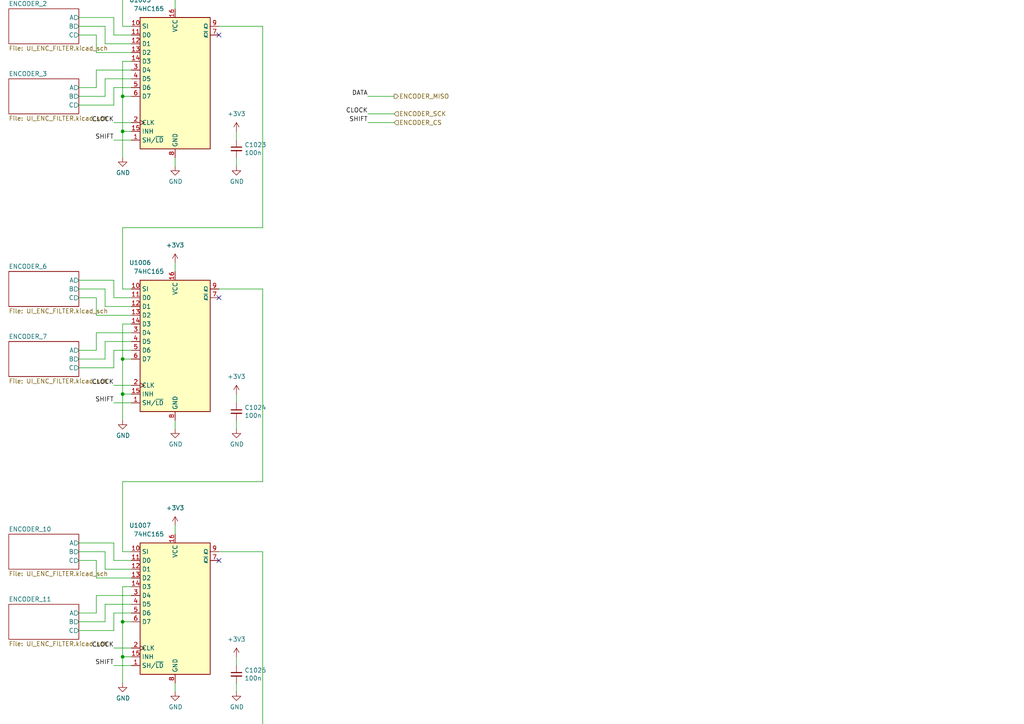
<source format=kicad_sch>
(kicad_sch (version 20230121) (generator eeschema)
  (paper "A4")
  (lib_symbols
    (symbol "power:+3V3" (power) (pin_names (offset 0))
      (property "Value" "+3V3" (at 0 3.556 0))
      (symbol "+3V3_0_1"
        (polyline (pts (xy -0.762 1.27) (xy 0 2.54)))
        (polyline (pts (xy 0 0) (xy 0 2.54)))
        (polyline (pts (xy 0 2.54) (xy 0.762 1.27)))
      )
      (symbol "+3V3_1_1"
        (pin power_in line (at 0 0 90) (length 0) hide (name "+3V3") (number "1"))
      )
    )
    (symbol "power:GND" (power) (pin_names (offset 0))
      (property "Value" "GND" (at 0 -3.81 0))
      (symbol "GND_0_1"
        (polyline (pts (xy 0 0) (xy 0 -1.27) (xy 1.27 -1.27) (xy 0 -2.54) (xy -1.27 -1.27) (xy 0 -1.27)))
      )
      (symbol "GND_1_1"
        (pin power_in line (at 0 0 270) (length 0) hide (name "GND") (number "1"))
      )
    )
    (symbol "suku_basics:74HC165"
      (property "Reference" "U" (at -15.24 25.4 0))
      (property "Value" "74HC165" (at -12.7 20.32 0))
      (symbol "74HC165_1_0"
        (pin input line (at -12.7 12.7 0) (length 2.54) (name "D0") (number "11"))
        (pin input line (at -12.7 10.16 0) (length 2.54) (name "D1") (number "12"))
        (pin input line (at -12.7 7.62 0) (length 2.54) (name "D2") (number "13"))
        (pin input line (at -12.7 5.08 0) (length 2.54) (name "D3") (number "14"))
        (pin power_in line (at 0 20.32 270) (length 2.54) (name "VCC") (number "16"))
        (pin input clock (at -12.7 -12.7 0) (length 2.54) (name "CLK") (number "2"))
        (pin input line (at -12.7 2.54 0) (length 2.54) (name "D4") (number "3"))
        (pin input line (at -12.7 0 0) (length 2.54) (name "D5") (number "4"))
        (pin input line (at -12.7 -2.54 0) (length 2.54) (name "D6") (number "5"))
        (pin input line (at -12.7 -5.08 0) (length 2.54) (name "D7") (number "6"))
        (pin power_in line (at 0 -22.86 90) (length 2.54) (name "GND") (number "8"))
        (pin output line (at 12.7 15.24 180) (length 2.54) (name "Q") (number "9"))
      )
      (symbol "74HC165_1_1"
        (rectangle (start -10.16 17.78) (end 10.16 -20.32) (stroke (width 0.254)) (fill (type background)))
        (pin input line (at -12.7 -17.78 0) (length 2.54) (name "SH/~{LD}") (number "1"))
        (pin input line (at -12.7 15.24 0) (length 2.54) (name "SI") (number "10"))
        (pin input line (at -12.7 -15.24 0) (length 2.54) (name "INH") (number "15"))
        (pin output line (at 12.7 12.7 180) (length 2.54) (name "~{Q}") (number "7"))
      )
    )
    (symbol "suku_basics:CAP" (pin_numbers hide) (pin_names (offset 0.254) hide)
      (property "Reference" "C" (at 0.254 1.778 0))
      (property "Value" "CAP" (at 0.254 -2.032 0))
      (symbol "CAP_0_1"
        (polyline (pts (xy -1.524 -0.508) (xy 1.524 -0.508)) (stroke (width 0.3302)))
        (polyline (pts (xy -1.524 0.508) (xy 1.524 0.508)) (stroke (width 0.3048)))
      )
      (symbol "CAP_1_1"
        (pin passive line (at 0 2.54 270) (length 2.032) (name "~") (number "1"))
        (pin passive line (at 0 -2.54 90) (length 2.032) (name "~") (number "2"))
      )
    )
  )
  (junction (at -66.04 104.14))
  (junction (at -66.04 114.3))
  (junction (at 35.56 190.5))
  (junction (at 35.56 27.94))
  (junction (at -66.04 180.34))
  (junction (at -66.04 190.5))
  (junction (at 35.56 180.34))
  (junction (at -66.04 17.78))
  (junction (at 35.56 266.7))
  (junction (at -66.04 266.7))
  (junction (at 35.56 38.1))
  (junction (at -66.04 38.1))
  (junction (at 35.56 104.14))
  (junction (at 35.56 256.54))
  (junction (at 35.56 114.3))
  (junction (at -66.04 256.54))
  (junction (at -66.04 27.94))
  (no_connect (at 63.5 162.56))
  (no_connect (at 63.5 238.76))
  (no_connect (at 63.5 10.16))
  (no_connect (at -38.1 86.36))
  (no_connect (at 63.5 86.36))
  (no_connect (at -38.1 10.16))
  (no_connect (at -38.1 162.56))
  (no_connect (at -38.1 238.76))
  (wire (pts (xy -73.66 167.64) (xy -63.5 167.64)))
  (wire (pts (xy 22.86 25.4) (xy 27.94 25.4)))
  (wire (pts (xy -33.02 48.26) (xy -33.02 45.72)))
  (wire (pts (xy -50.8 200.66) (xy -50.8 198.12)))
  (wire (pts (xy 27.94 25.4) (xy 27.94 20.32)))
  (wire (pts (xy 22.86 177.8) (xy 27.94 177.8)))
  (wire (pts (xy -68.58 259.08) (xy -68.58 254)))
  (wire (pts (xy -71.12 7.62) (xy -78.74 7.62)))
  (wire (pts (xy 35.56 7.62) (xy 35.56 -7.62)))
  (wire (pts (xy 22.86 101.6) (xy 27.94 101.6)))
  (wire (pts (xy 35.56 114.3) (xy 38.1 114.3)))
  (wire (pts (xy -63.5 27.94) (xy -66.04 27.94)))
  (wire (pts (xy 68.58 276.86) (xy 68.58 274.32)))
  (wire (pts (xy 35.56 266.7) (xy 35.56 274.32)))
  (wire (pts (xy 38.1 27.94) (xy 35.56 27.94)))
  (wire (pts (xy 38.1 256.54) (xy 35.56 256.54)))
  (wire (pts (xy 38.1 180.34) (xy 35.56 180.34)))
  (wire (pts (xy 38.1 246.38) (xy 35.56 246.38)))
  (wire (pts (xy -33.02 200.66) (xy -33.02 198.12)))
  (wire (pts (xy -71.12 256.54) (xy -71.12 251.46)))
  (wire (pts (xy -66.04 43.18) (xy -66.04 38.1)))
  (wire (pts (xy 106.68 35.56) (xy 114.3 35.56)))
  (wire (pts (xy -78.74 86.36) (xy -73.66 86.36)))
  (wire (pts (xy -73.66 101.6) (xy -73.66 96.52)))
  (wire (pts (xy 35.56 266.7) (xy 38.1 266.7)))
  (wire (pts (xy -73.66 238.76) (xy -73.66 243.84)))
  (wire (pts (xy 35.56 27.94) (xy 35.56 38.1)))
  (wire (pts (xy 50.8 276.86) (xy 50.8 274.32)))
  (wire (pts (xy -66.04 256.54) (xy -66.04 266.7)))
  (wire (pts (xy 35.56 139.7) (xy 35.56 160.02)))
  (wire (pts (xy 30.48 256.54) (xy 30.48 251.46)))
  (wire (pts (xy 30.48 83.82) (xy 22.86 83.82)))
  (wire (pts (xy -71.12 12.7) (xy -71.12 7.62)))
  (wire (pts (xy 33.02 187.96) (xy 38.1 187.96)))
  (wire (pts (xy 33.02 111.76) (xy 38.1 111.76)))
  (wire (pts (xy -68.58 106.68) (xy -68.58 101.6)))
  (wire (pts (xy 27.94 91.44) (xy 38.1 91.44)))
  (wire (pts (xy 35.56 104.14) (xy 35.56 114.3)))
  (wire (pts (xy -71.12 83.82) (xy -78.74 83.82)))
  (wire (pts (xy -50.8 76.2) (xy -50.8 78.74)))
  (wire (pts (xy -25.4 7.62) (xy -25.4 66.04)))
  (wire (pts (xy -73.66 25.4) (xy -73.66 20.32)))
  (wire (pts (xy -78.74 106.68) (xy -68.58 106.68)))
  (wire (pts (xy 27.94 20.32) (xy 38.1 20.32)))
  (wire (pts (xy 33.02 81.28) (xy 33.02 86.36)))
  (wire (pts (xy -68.58 269.24) (xy -63.5 269.24)))
  (wire (pts (xy -73.66 96.52) (xy -63.5 96.52)))
  (wire (pts (xy 22.86 254) (xy 27.94 254)))
  (wire (pts (xy -66.04 236.22) (xy -63.5 236.22)))
  (wire (pts (xy -38.1 7.62) (xy -25.4 7.62)))
  (wire (pts (xy -38.1 160.02) (xy -25.4 160.02)))
  (wire (pts (xy 38.1 17.78) (xy 35.56 17.78)))
  (wire (pts (xy 68.58 124.46) (xy 68.58 121.92)))
  (wire (pts (xy 63.5 83.82) (xy 76.2 83.82)))
  (wire (pts (xy 30.48 27.94) (xy 30.48 22.86)))
  (wire (pts (xy -68.58 162.56) (xy -63.5 162.56)))
  (wire (pts (xy -38.1 83.82) (xy -25.4 83.82)))
  (wire (pts (xy -63.5 165.1) (xy -71.12 165.1)))
  (wire (pts (xy 35.56 38.1) (xy 38.1 38.1)))
  (wire (pts (xy 38.1 88.9) (xy 30.48 88.9)))
  (wire (pts (xy 50.8 76.2) (xy 50.8 78.74)))
  (wire (pts (xy 22.86 81.28) (xy 33.02 81.28)))
  (wire (pts (xy -63.5 241.3) (xy -71.12 241.3)))
  (wire (pts (xy -66.04 93.98) (xy -66.04 104.14)))
  (wire (pts (xy -68.58 35.56) (xy -63.5 35.56)))
  (wire (pts (xy 35.56 218.44) (xy 35.56 236.22)))
  (wire (pts (xy 33.02 35.56) (xy 38.1 35.56)))
  (wire (pts (xy -33.02 193.04) (xy -33.02 190.5)))
  (wire (pts (xy 30.48 236.22) (xy 22.86 236.22)))
  (wire (pts (xy 76.2 160.02) (xy 76.2 218.44)))
  (wire (pts (xy 35.56 190.5) (xy 38.1 190.5)))
  (wire (pts (xy -66.04 180.34) (xy -66.04 190.5)))
  (wire (pts (xy -68.58 193.04) (xy -63.5 193.04)))
  (wire (pts (xy -73.66 15.24) (xy -63.5 15.24)))
  (wire (pts (xy 27.94 162.56) (xy 27.94 167.64)))
  (wire (pts (xy 33.02 177.8) (xy 38.1 177.8)))
  (wire (pts (xy -68.58 157.48) (xy -68.58 162.56)))
  (wire (pts (xy 35.56 83.82) (xy 38.1 83.82)))
  (wire (pts (xy -78.74 233.68) (xy -68.58 233.68)))
  (wire (pts (xy -73.66 10.16) (xy -73.66 15.24)))
  (wire (pts (xy 68.58 200.66) (xy 68.58 198.12)))
  (wire (pts (xy -78.74 238.76) (xy -73.66 238.76)))
  (wire (pts (xy 27.94 248.92) (xy 38.1 248.92)))
  (wire (pts (xy 38.1 170.18) (xy 35.56 170.18)))
  (wire (pts (xy 30.48 104.14) (xy 30.48 99.06)))
  (wire (pts (xy -68.58 182.88) (xy -68.58 177.8)))
  (wire (pts (xy -73.66 91.44) (xy -63.5 91.44)))
  (wire (pts (xy 30.48 175.26) (xy 38.1 175.26)))
  (wire (pts (xy 22.86 157.48) (xy 33.02 157.48)))
  (wire (pts (xy -68.58 254) (xy -63.5 254)))
  (wire (pts (xy 35.56 38.1) (xy 35.56 45.72)))
  (wire (pts (xy -33.02 276.86) (xy -33.02 274.32)))
  (wire (pts (xy 50.8 48.26) (xy 50.8 45.72)))
  (wire (pts (xy 38.1 7.62) (xy 35.56 7.62)))
  (wire (pts (xy -12.7 -7.62) (xy -12.7 236.22)))
  (wire (pts (xy 27.94 15.24) (xy 38.1 15.24)))
  (wire (pts (xy -25.4 218.44) (xy -66.04 218.44)))
  (wire (pts (xy 22.86 30.48) (xy 33.02 30.48)))
  (wire (pts (xy 30.48 22.86) (xy 38.1 22.86)))
  (wire (pts (xy -63.5 7.62) (xy -66.04 7.62)))
  (wire (pts (xy 106.68 27.94) (xy 114.3 27.94)))
  (wire (pts (xy 50.8 0) (xy 50.8 2.54)))
  (wire (pts (xy 33.02 182.88) (xy 33.02 177.8)))
  (wire (pts (xy 22.86 182.88) (xy 33.02 182.88)))
  (wire (pts (xy -66.04 38.1) (xy -63.5 38.1)))
  (wire (pts (xy 27.94 172.72) (xy 38.1 172.72)))
  (wire (pts (xy -73.66 248.92) (xy -63.5 248.92)))
  (wire (pts (xy 33.02 106.68) (xy 33.02 101.6)))
  (wire (pts (xy -73.66 177.8) (xy -73.66 172.72)))
  (wire (pts (xy 33.02 162.56) (xy 38.1 162.56)))
  (wire (pts (xy 30.48 160.02) (xy 22.86 160.02)))
  (wire (pts (xy -71.12 160.02) (xy -78.74 160.02)))
  (wire (pts (xy 35.56 114.3) (xy 35.56 121.92)))
  (wire (pts (xy 68.58 193.04) (xy 68.58 190.5)))
  (wire (pts (xy -78.74 10.16) (xy -73.66 10.16)))
  (wire (pts (xy -66.04 246.38) (xy -66.04 256.54)))
  (wire (pts (xy 22.86 104.14) (xy 30.48 104.14)))
  (wire (pts (xy -71.12 22.86) (xy -63.5 22.86)))
  (wire (pts (xy 76.2 83.82) (xy 76.2 139.7)))
  (wire (pts (xy -66.04 142.24) (xy -66.04 160.02)))
  (wire (pts (xy 33.02 116.84) (xy 38.1 116.84)))
  (wire (pts (xy -68.58 10.16) (xy -63.5 10.16)))
  (wire (pts (xy -78.74 81.28) (xy -68.58 81.28)))
  (wire (pts (xy 33.02 10.16) (xy 38.1 10.16)))
  (wire (pts (xy -66.04 218.44) (xy -66.04 236.22)))
  (wire (pts (xy 76.2 139.7) (xy 35.56 139.7)))
  (wire (pts (xy -12.7 236.22) (xy -38.1 236.22)))
  (wire (pts (xy -66.04 190.5) (xy -66.04 198.12)))
  (wire (pts (xy 22.86 256.54) (xy 30.48 256.54)))
  (wire (pts (xy -68.58 5.08) (xy -68.58 10.16)))
  (wire (pts (xy -78.74 104.14) (xy -71.12 104.14)))
  (wire (pts (xy 27.94 177.8) (xy 27.94 172.72)))
  (wire (pts (xy 22.86 106.68) (xy 33.02 106.68)))
  (wire (pts (xy -68.58 264.16) (xy -63.5 264.16)))
  (wire (pts (xy -66.04 7.62) (xy -66.04 17.78)))
  (wire (pts (xy 50.8 200.66) (xy 50.8 198.12)))
  (wire (pts (xy -78.74 5.08) (xy -68.58 5.08)))
  (wire (pts (xy -78.74 25.4) (xy -73.66 25.4)))
  (wire (pts (xy -73.66 172.72) (xy -63.5 172.72)))
  (wire (pts (xy 68.58 269.24) (xy 68.58 266.7)))
  (wire (pts (xy 30.48 7.62) (xy 22.86 7.62)))
  (wire (pts (xy 22.86 10.16) (xy 27.94 10.16)))
  (wire (pts (xy -50.8 124.46) (xy -50.8 121.92)))
  (wire (pts (xy -68.58 30.48) (xy -68.58 25.4)))
  (wire (pts (xy -63.5 104.14) (xy -66.04 104.14)))
  (wire (pts (xy -50.8 228.6) (xy -50.8 231.14)))
  (wire (pts (xy -78.74 259.08) (xy -68.58 259.08)))
  (wire (pts (xy -78.74 180.34) (xy -71.12 180.34)))
  (wire (pts (xy 33.02 5.08) (xy 33.02 10.16)))
  (wire (pts (xy 22.86 27.94) (xy 30.48 27.94)))
  (wire (pts (xy -66.04 83.82) (xy -63.5 83.82)))
  (wire (pts (xy 27.94 101.6) (xy 27.94 96.52)))
  (wire (pts (xy -63.5 180.34) (xy -66.04 180.34)))
  (wire (pts (xy -68.58 111.76) (xy -63.5 111.76)))
  (wire (pts (xy -71.12 236.22) (xy -78.74 236.22)))
  (wire (pts (xy 30.48 88.9) (xy 30.48 83.82)))
  (wire (pts (xy -78.74 182.88) (xy -68.58 182.88)))
  (wire (pts (xy 38.1 104.14) (xy 35.56 104.14)))
  (wire (pts (xy -66.04 114.3) (xy -63.5 114.3)))
  (wire (pts (xy -71.12 180.34) (xy -71.12 175.26)))
  (wire (pts (xy -71.12 165.1) (xy -71.12 160.02)))
  (wire (pts (xy -78.74 254) (xy -73.66 254)))
  (wire (pts (xy 22.86 5.08) (xy 33.02 5.08)))
  (wire (pts (xy -73.66 162.56) (xy -73.66 167.64)))
  (wire (pts (xy 33.02 193.04) (xy 38.1 193.04)))
  (wire (pts (xy -66.04 266.7) (xy -63.5 266.7)))
  (wire (pts (xy 22.86 259.08) (xy 33.02 259.08)))
  (wire (pts (xy -50.8 152.4) (xy -50.8 154.94)))
  (wire (pts (xy 50.8 228.6) (xy 50.8 231.14)))
  (wire (pts (xy -68.58 101.6) (xy -63.5 101.6)))
  (wire (pts (xy 35.56 66.04) (xy 35.56 83.82)))
  (wire (pts (xy -63.5 170.18) (xy -66.04 170.18)))
  (wire (pts (xy 30.48 99.06) (xy 38.1 99.06)))
  (wire (pts (xy -78.74 30.48) (xy -68.58 30.48)))
  (wire (pts (xy -50.8 0) (xy -50.8 2.54)))
  (wire (pts (xy 33.02 30.48) (xy 33.02 25.4)))
  (wire (pts (xy 38.1 12.7) (xy 30.48 12.7)))
  (wire (pts (xy -68.58 238.76) (xy -63.5 238.76)))
  (wire (pts (xy -50.8 276.86) (xy -50.8 274.32)))
  (wire (pts (xy -68.58 81.28) (xy -68.58 86.36)))
  (wire (pts (xy 27.94 86.36) (xy 27.94 91.44)))
  (wire (pts (xy 68.58 116.84) (xy 68.58 114.3)))
  (wire (pts (xy -66.04 66.04) (xy -66.04 83.82)))
  (wire (pts (xy -68.58 187.96) (xy -63.5 187.96)))
  (wire (pts (xy 63.5 236.22) (xy 68.58 236.22)))
  (wire (pts (xy -50.8 48.26) (xy -50.8 45.72)))
  (wire (pts (xy 38.1 165.1) (xy 30.48 165.1)))
  (wire (pts (xy -25.4 83.82) (xy -25.4 142.24)))
  (wire (pts (xy 33.02 157.48) (xy 33.02 162.56)))
  (wire (pts (xy 33.02 101.6) (xy 38.1 101.6)))
  (wire (pts (xy -66.04 114.3) (xy -66.04 121.92)))
  (wire (pts (xy -73.66 254) (xy -73.66 248.92)))
  (wire (pts (xy -66.04 190.5) (xy -63.5 190.5)))
  (wire (pts (xy -78.74 256.54) (xy -71.12 256.54)))
  (wire (pts (xy -66.04 266.7) (xy -66.04 274.32)))
  (wire (pts (xy -68.58 86.36) (xy -63.5 86.36)))
  (wire (pts (xy 33.02 25.4) (xy 38.1 25.4)))
  (wire (pts (xy -63.5 93.98) (xy -66.04 93.98)))
  (wire (pts (xy 30.48 180.34) (xy 30.48 175.26)))
  (wire (pts (xy 27.94 167.64) (xy 38.1 167.64)))
  (wire (pts (xy 22.86 162.56) (xy 27.94 162.56)))
  (wire (pts (xy -33.02 269.24) (xy -33.02 266.7)))
  (wire (pts (xy 35.56 190.5) (xy 35.56 198.12)))
  (wire (pts (xy 33.02 259.08) (xy 33.02 254)))
  (wire (pts (xy 35.56 160.02) (xy 38.1 160.02)))
  (wire (pts (xy 30.48 165.1) (xy 30.48 160.02)))
  (wire (pts (xy -78.74 101.6) (xy -73.66 101.6)))
  (wire (pts (xy -71.12 99.06) (xy -63.5 99.06)))
  (wire (pts (xy 63.5 160.02) (xy 76.2 160.02)))
  (wire (pts (xy -71.12 175.26) (xy -63.5 175.26)))
  (wire (pts (xy -25.4 160.02) (xy -25.4 218.44)))
  (wire (pts (xy -63.5 17.78) (xy -66.04 17.78)))
  (wire (pts (xy 35.56 -7.62) (xy -12.7 -7.62)))
  (wire (pts (xy -73.66 86.36) (xy -73.66 91.44)))
  (wire (pts (xy 33.02 264.16) (xy 38.1 264.16)))
  (wire (pts (xy -73.66 20.32) (xy -63.5 20.32)))
  (wire (pts (xy 35.56 256.54) (xy 35.56 266.7)))
  (wire (pts (xy -25.4 66.04) (xy -66.04 66.04)))
  (wire (pts (xy 63.5 7.62) (xy 76.2 7.62)))
  (wire (pts (xy 27.94 10.16) (xy 27.94 15.24)))
  (wire (pts (xy -68.58 116.84) (xy -63.5 116.84)))
  (wire (pts (xy -33.02 124.46) (xy -33.02 121.92)))
  (wire (pts (xy -68.58 233.68) (xy -68.58 238.76)))
  (wire (pts (xy -66.04 17.78) (xy -66.04 27.94)))
  (wire (pts (xy -71.12 27.94) (xy -71.12 22.86)))
  (wire (pts (xy 27.94 254) (xy 27.94 248.92)))
  (wire (pts (xy 30.48 251.46) (xy 38.1 251.46)))
  (wire (pts (xy 38.1 241.3) (xy 30.48 241.3)))
  (wire (pts (xy -71.12 88.9) (xy -71.12 83.82)))
  (wire (pts (xy 50.8 124.46) (xy 50.8 121.92)))
  (wire (pts (xy -66.04 104.14) (xy -66.04 114.3)))
  (wire (pts (xy -66.04 160.02) (xy -63.5 160.02)))
  (wire (pts (xy 68.58 40.64) (xy 68.58 38.1)))
  (wire (pts (xy 50.8 152.4) (xy 50.8 154.94)))
  (wire (pts (xy 76.2 218.44) (xy 35.56 218.44)))
  (wire (pts (xy -78.74 162.56) (xy -73.66 162.56)))
  (wire (pts (xy -63.5 88.9) (xy -71.12 88.9)))
  (wire (pts (xy -68.58 40.64) (xy -63.5 40.64)))
  (wire (pts (xy -63.5 246.38) (xy -66.04 246.38)))
  (wire (pts (xy -71.12 241.3) (xy -71.12 236.22)))
  (wire (pts (xy 22.86 233.68) (xy 33.02 233.68)))
  (wire (pts (xy 35.56 246.38) (xy 35.56 256.54)))
  (wire (pts (xy -78.74 177.8) (xy -73.66 177.8)))
  (wire (pts (xy -25.4 142.24) (xy -66.04 142.24)))
  (wire (pts (xy 35.56 93.98) (xy 35.56 104.14)))
  (wire (pts (xy 33.02 233.68) (xy 33.02 238.76)))
  (wire (pts (xy 30.48 241.3) (xy 30.48 236.22)))
  (wire (pts (xy 35.56 180.34) (xy 35.56 190.5)))
  (wire (pts (xy 27.94 243.84) (xy 38.1 243.84)))
  (wire (pts (xy -33.02 40.64) (xy -33.02 38.1)))
  (wire (pts (xy 35.56 17.78) (xy 35.56 27.94)))
  (wire (pts (xy 27.94 96.52) (xy 38.1 96.52)))
  (wire (pts (xy -73.66 243.84) (xy -63.5 243.84)))
  (wire (pts (xy 27.94 238.76) (xy 27.94 243.84)))
  (wire (pts (xy 33.02 238.76) (xy 38.1 238.76)))
  (wire (pts (xy 76.2 66.04) (xy 35.56 66.04)))
  (wire (pts (xy 68.58 48.26) (xy 68.58 45.72)))
  (wire (pts (xy 33.02 269.24) (xy 38.1 269.24)))
  (wire (pts (xy -78.74 157.48) (xy -68.58 157.48)))
  (wire (pts (xy 22.86 180.34) (xy 30.48 180.34)))
  (wire (pts (xy -71.12 104.14) (xy -71.12 99.06)))
  (wire (pts (xy 33.02 254) (xy 38.1 254)))
  (wire (pts (xy -33.02 116.84) (xy -33.02 114.3)))
  (wire (pts (xy 22.86 86.36) (xy 27.94 86.36)))
  (wire (pts (xy -68.58 25.4) (xy -63.5 25.4)))
  (wire (pts (xy -66.04 27.94) (xy -66.04 38.1)))
  (wire (pts (xy -71.12 251.46) (xy -63.5 251.46)))
  (wire (pts (xy -68.58 177.8) (xy -63.5 177.8)))
  (wire (pts (xy -63.5 256.54) (xy -66.04 256.54)))
  (wire (pts (xy 22.86 238.76) (xy 27.94 238.76)))
  (wire (pts (xy -78.74 27.94) (xy -71.12 27.94)))
  (wire (pts (xy 76.2 7.62) (xy 76.2 66.04)))
  (wire (pts (xy -66.04 170.18) (xy -66.04 180.34)))
  (wire (pts (xy 30.48 12.7) (xy 30.48 7.62)))
  (wire (pts (xy 38.1 93.98) (xy 35.56 93.98)))
  (wire (pts (xy 33.02 86.36) (xy 38.1 86.36)))
  (wire (pts (xy 106.68 33.02) (xy 114.3 33.02)))
  (wire (pts (xy 35.56 236.22) (xy 38.1 236.22)))
  (wire (pts (xy 33.02 40.64) (xy 38.1 40.64)))
  (wire (pts (xy 35.56 170.18) (xy 35.56 180.34)))
  (wire (pts (xy -63.5 12.7) (xy -71.12 12.7)))
  (label "CLOCK" (at -68.58 111.76 180))
  (label "SHIFT" (at 106.68 35.56 180))
  (label "SHIFT" (at 33.02 40.64 180))
  (label "DATA" (at 68.58 236.22 0))
  (label "SHIFT" (at 33.02 269.24 180))
  (label "SHIFT" (at -68.58 193.04 180))
  (label "DATA" (at 106.68 27.94 180))
  (label "SHIFT" (at -68.58 40.64 180))
  (label "SHIFT" (at 33.02 116.84 180))
  (label "CLOCK" (at 33.02 264.16 180))
  (label "CLOCK" (at 33.02 187.96 180))
  (label "CLOCK" (at 33.02 111.76 180))
  (label "CLOCK" (at 33.02 35.56 180))
  (label "SHIFT" (at 33.02 193.04 180))
  (label "SHIFT" (at -68.58 269.24 180))
  (label "CLOCK" (at -68.58 264.16 180))
  (label "CLOCK" (at 106.68 33.02 180))
  (label "CLOCK" (at -68.58 187.96 180))
  (label "CLOCK" (at -68.58 35.56 180))
  (label "SHIFT" (at -68.58 116.84 180))
  (hierarchical_label "ENCODER_CS" (shape input) (at 114.3 35.56 0))
  (hierarchical_label "ENCODER_MISO" (shape output) (at 114.3 27.94 0))
  (hierarchical_label "ENCODER_SCK" (shape input) (at 114.3 33.02 0))
  (symbol (lib_id "suku_basics:74HC165") (at -50.8 99.06 0) (unit 1)
    (property "Reference" "U1002" (at -60.96 76.2 0))
    (property "Value" "74HC165" (at -58.42 78.74 0))
    (property "Footprint" "suku_basics:SOIC-16_74HC165" (effects hide))
    (property "Datasheet" "http://www.ti.com/lit/ds/symlink/sn74hc595.pdf" (effects hide))
  )
  (symbol (lib_id "power:GND") (at -50.8 124.46 0) (unit 1)
    (property "Reference" "#PWR01056" (effects hide))
    (property "Value" "GND" (at -50.673 128.8542 0))
  )
  (symbol (lib_id "suku_basics:74HC165") (at -50.8 22.86 0) (unit 1)
    (property "Reference" "U1001" (at -60.96 0 0))
    (property "Value" "74HC165" (at -58.42 2.54 0))
    (property "Footprint" "suku_basics:SOIC-16_74HC165" (effects hide))
    (property "Datasheet" "http://www.ti.com/lit/ds/symlink/sn74hc595.pdf" (effects hide))
  )
  (symbol (lib_id "suku_basics:74HC165") (at 50.8 99.06 0) (unit 1)
    (property "Reference" "U1006" (at 40.64 76.2 0))
    (property "Value" "74HC165" (at 43.18 78.74 0))
    (property "Footprint" "suku_basics:SOIC-16_74HC165" (effects hide))
    (property "Datasheet" "http://www.ti.com/lit/ds/symlink/sn74hc595.pdf" (effects hide))
  )
  (symbol (lib_id "power:GND") (at 50.8 124.46 0) (unit 1)
    (property "Reference" "#PWR01076" (effects hide))
    (property "Value" "GND" (at 50.927 128.8542 0))
  )
  (symbol (lib_id "suku_basics:74HC165") (at -50.8 175.26 0) (unit 1)
    (property "Reference" "U1003" (at -60.96 152.4 0))
    (property "Value" "74HC165" (at -58.42 154.94 0))
    (property "Footprint" "suku_basics:SOIC-16_74HC165" (effects hide))
    (property "Datasheet" "http://www.ti.com/lit/ds/symlink/sn74hc595.pdf" (effects hide))
  )
  (symbol (lib_id "power:GND") (at -50.8 200.66 0) (unit 1)
    (property "Reference" "#PWR0101" (effects hide))
    (property "Value" "GND" (at -50.673 205.0542 0))
  )
  (symbol (lib_id "suku_basics:74HC165") (at 50.8 175.26 0) (unit 1)
    (property "Reference" "U1007" (at 40.64 152.4 0))
    (property "Value" "74HC165" (at 43.18 154.94 0))
    (property "Footprint" "suku_basics:SOIC-16_74HC165" (effects hide))
    (property "Datasheet" "http://www.ti.com/lit/ds/symlink/sn74hc595.pdf" (effects hide))
  )
  (symbol (lib_id "power:GND") (at 50.8 200.66 0) (unit 1)
    (property "Reference" "#PWR01078" (effects hide))
    (property "Value" "GND" (at 50.927 205.0542 0))
  )
  (symbol (lib_id "suku_basics:74HC165") (at -50.8 251.46 0) (unit 1)
    (property "Reference" "U1004" (at -60.96 228.6 0))
    (property "Value" "74HC165" (at -58.42 231.14 0))
    (property "Footprint" "suku_basics:SOIC-16_74HC165" (effects hide))
    (property "Datasheet" "http://www.ti.com/lit/ds/symlink/sn74hc595.pdf" (effects hide))
  )
  (symbol (lib_id "power:GND") (at -50.8 276.86 0) (unit 1)
    (property "Reference" "#PWR01060" (effects hide))
    (property "Value" "GND" (at -50.673 281.2542 0))
  )
  (symbol (lib_id "suku_basics:74HC165") (at 50.8 251.46 0) (unit 1)
    (property "Reference" "U1008" (at 40.64 228.6 0))
    (property "Value" "74HC165" (at 43.18 231.14 0))
    (property "Footprint" "suku_basics:SOIC-16_74HC165" (effects hide))
    (property "Datasheet" "http://www.ti.com/lit/ds/symlink/sn74hc595.pdf" (effects hide))
  )
  (symbol (lib_id "power:GND") (at 50.8 276.86 0) (unit 1)
    (property "Reference" "#PWR01080" (effects hide))
    (property "Value" "GND" (at 50.927 281.2542 0))
  )
  (symbol (lib_id "power:GND") (at -50.8 48.26 0) (unit 1)
    (property "Reference" "#PWR01054" (effects hide))
    (property "Value" "GND" (at -50.673 52.6542 0))
  )
  (symbol (lib_id "suku_basics:74HC165") (at 50.8 22.86 0) (unit 1)
    (property "Reference" "U1005" (at 40.64 0 0))
    (property "Value" "74HC165" (at 43.18 2.54 0))
    (property "Footprint" "suku_basics:SOIC-16_74HC165" (effects hide))
    (property "Datasheet" "http://www.ti.com/lit/ds/symlink/sn74hc595.pdf" (effects hide))
  )
  (symbol (lib_id "power:GND") (at 50.8 48.26 0) (unit 1)
    (property "Reference" "#PWR01074" (effects hide))
    (property "Value" "GND" (at 50.927 52.6542 0))
  )
  (symbol (lib_id "suku_basics:CAP") (at -33.02 43.18 0) (unit 1)
    (property "Reference" "C1019" (at -30.6832 42.0116 0) (effects (justify left)))
    (property "Value" "100n" (at -30.6832 44.323 0) (effects (justify left)))
    (property "Footprint" "suku_basics:CAP_0402" (effects hide))
  )
  (symbol (lib_id "power:GND") (at -33.02 48.26 0) (unit 1)
    (property "Reference" "#PWR01062" (effects hide))
    (property "Value" "GND" (at -32.893 52.6542 0))
  )
  (symbol (lib_id "suku_basics:CAP") (at 68.58 43.18 0) (unit 1)
    (property "Reference" "C1023" (at 70.9168 42.0116 0) (effects (justify left)))
    (property "Value" "100n" (at 70.9168 44.323 0) (effects (justify left)))
    (property "Footprint" "suku_basics:CAP_0402" (effects hide))
  )
  (symbol (lib_id "power:GND") (at 68.58 48.26 0) (unit 1)
    (property "Reference" "#PWR01082" (effects hide))
    (property "Value" "GND" (at 68.707 52.6542 0))
  )
  (symbol (lib_id "suku_basics:CAP") (at -33.02 119.38 0) (unit 1)
    (property "Reference" "C1020" (at -30.6832 118.2116 0) (effects (justify left)))
    (property "Value" "100n" (at -30.6832 120.523 0) (effects (justify left)))
    (property "Footprint" "suku_basics:CAP_0402" (effects hide))
  )
  (symbol (lib_id "power:GND") (at -33.02 124.46 0) (unit 1)
    (property "Reference" "#PWR01064" (effects hide))
    (property "Value" "GND" (at -32.893 128.8542 0))
  )
  (symbol (lib_id "suku_basics:CAP") (at 68.58 119.38 0) (unit 1)
    (property "Reference" "C1024" (at 70.9168 118.2116 0) (effects (justify left)))
    (property "Value" "100n" (at 70.9168 120.523 0) (effects (justify left)))
    (property "Footprint" "suku_basics:CAP_0402" (effects hide))
  )
  (symbol (lib_id "power:GND") (at 68.58 124.46 0) (unit 1)
    (property "Reference" "#PWR01084" (effects hide))
    (property "Value" "GND" (at 68.707 128.8542 0))
  )
  (symbol (lib_id "suku_basics:CAP") (at -33.02 195.58 0) (unit 1)
    (property "Reference" "C1021" (at -30.6832 194.4116 0) (effects (justify left)))
    (property "Value" "100n" (at -30.6832 196.723 0) (effects (justify left)))
    (property "Footprint" "suku_basics:CAP_0402" (effects hide))
  )
  (symbol (lib_id "power:GND") (at -33.02 200.66 0) (unit 1)
    (property "Reference" "#PWR01066" (effects hide))
    (property "Value" "GND" (at -32.893 205.0542 0))
  )
  (symbol (lib_id "suku_basics:CAP") (at 68.58 195.58 0) (unit 1)
    (property "Reference" "C1025" (at 70.9168 194.4116 0) (effects (justify left)))
    (property "Value" "100n" (at 70.9168 196.723 0) (effects (justify left)))
    (property "Footprint" "suku_basics:CAP_0402" (effects hide))
  )
  (symbol (lib_id "power:GND") (at 68.58 200.66 0) (unit 1)
    (property "Reference" "#PWR01086" (effects hide))
    (property "Value" "GND" (at 68.707 205.0542 0))
  )
  (symbol (lib_id "suku_basics:CAP") (at -33.02 271.78 0) (unit 1)
    (property "Reference" "C1022" (at -30.6832 270.6116 0) (effects (justify left)))
    (property "Value" "100n" (at -30.6832 272.923 0) (effects (justify left)))
    (property "Footprint" "suku_basics:CAP_0402" (effects hide))
  )
  (symbol (lib_id "power:GND") (at -33.02 276.86 0) (unit 1)
    (property "Reference" "#PWR01068" (effects hide))
    (property "Value" "GND" (at -32.893 281.2542 0))
  )
  (symbol (lib_id "suku_basics:CAP") (at 68.58 271.78 0) (unit 1)
    (property "Reference" "C1026" (at 70.9168 270.6116 0) (effects (justify left)))
    (property "Value" "100n" (at 70.9168 272.923 0) (effects (justify left)))
    (property "Footprint" "suku_basics:CAP_0402" (effects hide))
  )
  (symbol (lib_id "power:GND") (at 68.58 276.86 0) (unit 1)
    (property "Reference" "#PWR01088" (effects hide))
    (property "Value" "GND" (at 68.707 281.2542 0))
  )
  (symbol (lib_id "power:GND") (at -66.04 43.18 0) (unit 1)
    (property "Reference" "#PWR01049" (effects hide))
    (property "Value" "GND" (at -65.913 47.5742 0))
  )
  (symbol (lib_id "power:GND") (at 35.56 45.72 0) (unit 1)
    (property "Reference" "#PWR01069" (effects hide))
    (property "Value" "GND" (at 35.687 50.1142 0))
  )
  (symbol (lib_id "power:GND") (at -66.04 121.92 0) (unit 1)
    (property "Reference" "#PWR01050" (effects hide))
    (property "Value" "GND" (at -65.913 126.3142 0))
  )
  (symbol (lib_id "power:GND") (at 35.56 121.92 0) (unit 1)
    (property "Reference" "#PWR01070" (effects hide))
    (property "Value" "GND" (at 35.687 126.3142 0))
  )
  (symbol (lib_id "power:GND") (at -66.04 198.12 0) (unit 1)
    (property "Reference" "#PWR01051" (effects hide))
    (property "Value" "GND" (at -65.913 202.5142 0))
  )
  (symbol (lib_id "power:GND") (at 35.56 198.12 0) (unit 1)
    (property "Reference" "#PWR01071" (effects hide))
    (property "Value" "GND" (at 35.687 202.5142 0))
  )
  (symbol (lib_id "power:GND") (at -66.04 274.32 0) (unit 1)
    (property "Reference" "#PWR01052" (effects hide))
    (property "Value" "GND" (at -65.913 278.7142 0))
  )
  (symbol (lib_id "power:GND") (at 35.56 274.32 0) (unit 1)
    (property "Reference" "#PWR01072" (effects hide))
    (property "Value" "GND" (at 35.687 278.7142 0))
  )
  (symbol (lib_id "power:+3V3") (at 68.58 266.7 0) (unit 1)
    (property "Reference" "#PWR01087" (effects hide))
    (property "Value" "+3V3" (at 68.58 261.62 0))
  )
  (symbol (lib_id "power:+3V3") (at -50.8 152.4 0) (unit 1)
    (property "Reference" "#PWR01057" (effects hide))
    (property "Value" "+3V3" (at -50.8 147.32 0))
  )
  (symbol (lib_id "power:+3V3") (at 50.8 0 0) (unit 1)
    (property "Reference" "#PWR01061" (effects hide))
    (property "Value" "+3V3" (at 50.8 -5.08 0))
  )
  (symbol (lib_id "power:+3V3") (at 68.58 190.5 0) (unit 1)
    (property "Reference" "#PWR01085" (effects hide))
    (property "Value" "+3V3" (at 68.58 185.42 0))
  )
  (symbol (lib_id "power:+3V3") (at 50.8 76.2 0) (unit 1)
    (property "Reference" "#PWR01073" (effects hide))
    (property "Value" "+3V3" (at 50.8 71.12 0))
  )
  (symbol (lib_id "power:+3V3") (at -50.8 0 0) (unit 1)
    (property "Reference" "#PWR01055" (effects hide))
    (property "Value" "+3V3" (at -50.8 -5.08 0))
  )
  (symbol (lib_id "power:+3V3") (at 50.8 228.6 0) (unit 1)
    (property "Reference" "#PWR01079" (effects hide))
    (property "Value" "+3V3" (at 50.8 223.52 0))
  )
  (symbol (lib_id "power:+3V3") (at -33.02 190.5 0) (unit 1)
    (property "Reference" "#PWR01065" (effects hide))
    (property "Value" "+3V3" (at -33.02 185.42 0))
  )
  (symbol (lib_id "power:+3V3") (at 50.8 152.4 0) (unit 1)
    (property "Reference" "#PWR01077" (effects hide))
    (property "Value" "+3V3" (at 50.8 147.32 0))
  )
  (symbol (lib_id "power:+3V3") (at -33.02 266.7 0) (unit 1)
    (property "Reference" "#PWR01067" (effects hide))
    (property "Value" "+3V3" (at -33.02 261.62 0))
  )
  (symbol (lib_id "power:+3V3") (at -33.02 114.3 0) (unit 1)
    (property "Reference" "#PWR01081" (effects hide))
    (property "Value" "+3V3" (at -33.02 109.22 0))
  )
  (symbol (lib_id "power:+3V3") (at -33.02 38.1 0) (unit 1)
    (property "Reference" "#PWR01053" (effects hide))
    (property "Value" "+3V3" (at -33.02 33.02 0))
  )
  (symbol (lib_id "power:+3V3") (at -50.8 76.2 0) (unit 1)
    (property "Reference" "#PWR01075" (effects hide))
    (property "Value" "+3V3" (at -50.8 71.12 0))
  )
  (symbol (lib_id "power:+3V3") (at 68.58 114.3 0) (unit 1)
    (property "Reference" "#PWR01083" (effects hide))
    (property "Value" "+3V3" (at 68.58 109.22 0))
  )
  (symbol (lib_id "power:+3V3") (at 68.58 38.1 0) (unit 1)
    (property "Reference" "#PWR01063" (effects hide))
    (property "Value" "+3V3" (at 68.58 33.02 0))
  )
  (symbol (lib_id "power:+3V3") (at -50.8 228.6 0) (unit 1)
    (property "Reference" "#PWR01059" (effects hide))
    (property "Value" "+3V3" (at -50.8 223.52 0))
  )
  (sheet (at -99.06 78.74) (size 20.32 10.16)
    (property "Sheetname" "ENCODER_4" (at -99.06 78.0284 0) (effects (justify left bottom)))
    (property "Sheetfile" "UI_ENC_FILTER.kicad_sch" (at -99.06 89.4846 0) (effects (justify left top)))
    (pin "C" output (at -78.74 86.36 0))
    (pin "A" output (at -78.74 81.28 0))
    (pin "B" output (at -78.74 83.82 0))
  )
  (sheet (at -99.06 99.06) (size 20.32 10.16)
    (property "Sheetname" "ENCODER_5" (at -99.06 98.3484 0) (effects (justify left bottom)))
    (property "Sheetfile" "UI_ENC_FILTER.kicad_sch" (at -99.06 109.8046 0) (effects (justify left top)))
    (pin "C" output (at -78.74 106.68 0))
    (pin "A" output (at -78.74 101.6 0))
    (pin "B" output (at -78.74 104.14 0))
  )
  (sheet (at 2.54 78.74) (size 20.32 10.16)
    (property "Sheetname" "ENCODER_6" (at 2.54 78.0284 0) (effects (justify left bottom)))
    (property "Sheetfile" "UI_ENC_FILTER.kicad_sch" (at 2.54 89.4846 0) (effects (justify left top)))
    (pin "C" output (at 22.86 86.36 0))
    (pin "A" output (at 22.86 81.28 0))
    (pin "B" output (at 22.86 83.82 0))
  )
  (sheet (at 2.54 99.06) (size 20.32 10.16)
    (property "Sheetname" "ENCODER_7" (at 2.54 98.3484 0) (effects (justify left bottom)))
    (property "Sheetfile" "UI_ENC_FILTER.kicad_sch" (at 2.54 109.8046 0) (effects (justify left top)))
    (pin "C" output (at 22.86 106.68 0))
    (pin "A" output (at 22.86 101.6 0))
    (pin "B" output (at 22.86 104.14 0))
  )
  (sheet (at -99.06 154.94) (size 20.32 10.16)
    (property "Sheetname" "ENCODER_8" (at -99.06 154.2284 0) (effects (justify left bottom)))
    (property "Sheetfile" "UI_ENC_FILTER.kicad_sch" (at -99.06 165.6846 0) (effects (justify left top)))
    (pin "C" output (at -78.74 162.56 0))
    (pin "A" output (at -78.74 157.48 0))
    (pin "B" output (at -78.74 160.02 0))
  )
  (sheet (at -99.06 175.26) (size 20.32 10.16)
    (property "Sheetname" "ENCODER_9" (at -99.06 174.5484 0) (effects (justify left bottom)))
    (property "Sheetfile" "UI_ENC_FILTER.kicad_sch" (at -99.06 186.0046 0) (effects (justify left top)))
    (pin "C" output (at -78.74 182.88 0))
    (pin "A" output (at -78.74 177.8 0))
    (pin "B" output (at -78.74 180.34 0))
  )
  (sheet (at 2.54 154.94) (size 20.32 10.16)
    (property "Sheetname" "ENCODER_10" (at 2.54 154.2284 0) (effects (justify left bottom)))
    (property "Sheetfile" "UI_ENC_FILTER.kicad_sch" (at 2.54 165.6846 0) (effects (justify left top)))
    (pin "C" output (at 22.86 162.56 0))
    (pin "A" output (at 22.86 157.48 0))
    (pin "B" output (at 22.86 160.02 0))
  )
  (sheet (at 2.54 175.26) (size 20.32 10.16)
    (property "Sheetname" "ENCODER_11" (at 2.54 174.5484 0) (effects (justify left bottom)))
    (property "Sheetfile" "UI_ENC_FILTER.kicad_sch" (at 2.54 186.0046 0) (effects (justify left top)))
    (pin "C" output (at 22.86 182.88 0))
    (pin "A" output (at 22.86 177.8 0))
    (pin "B" output (at 22.86 180.34 0))
  )
  (sheet (at -99.06 231.14) (size 20.32 10.16)
    (property "Sheetname" "ENCODER_12" (at -99.06 230.4284 0) (effects (justify left bottom)))
    (property "Sheetfile" "UI_ENC_FILTER.kicad_sch" (at -99.06 241.8846 0) (effects (justify left top)))
    (pin "C" output (at -78.74 238.76 0))
    (pin "A" output (at -78.74 233.68 0))
    (pin "B" output (at -78.74 236.22 0))
  )
  (sheet (at -99.06 251.46) (size 20.32 10.16)
    (property "Sheetname" "ENCODER_13" (at -99.06 250.7484 0) (effects (justify left bottom)))
    (property "Sheetfile" "UI_ENC_FILTER.kicad_sch" (at -99.06 262.2046 0) (effects (justify left top)))
    (pin "C" output (at -78.74 259.08 0))
    (pin "A" output (at -78.74 254 0))
    (pin "B" output (at -78.74 256.54 0))
  )
  (sheet (at 2.54 231.14) (size 20.32 10.16)
    (property "Sheetname" "ENCODER_14" (at 2.54 230.4284 0) (effects (justify left bottom)))
    (property "Sheetfile" "UI_ENC_FILTER.kicad_sch" (at 2.54 241.8846 0) (effects (justify left top)))
    (pin "C" output (at 22.86 238.76 0))
    (pin "A" output (at 22.86 233.68 0))
    (pin "B" output (at 22.86 236.22 0))
  )
  (sheet (at 2.54 251.46) (size 20.32 10.16)
    (property "Sheetname" "ENCODER_15" (at 2.54 250.7484 0) (effects (justify left bottom)))
    (property "Sheetfile" "UI_ENC_FILTER.kicad_sch" (at 2.54 262.2046 0) (effects (justify left top)))
    (pin "C" output (at 22.86 259.08 0))
    (pin "A" output (at 22.86 254 0))
    (pin "B" output (at 22.86 256.54 0))
  )
  (sheet (at -99.06 2.54) (size 20.32 10.16)
    (property "Sheetname" "ENCODER_0" (at -99.06 1.8284 0) (effects (justify left bottom)))
    (property "Sheetfile" "UI_ENC_FILTER.kicad_sch" (at -99.06 13.2846 0) (effects (justify left top)))
    (pin "C" output (at -78.74 10.16 0))
    (pin "A" output (at -78.74 5.08 0))
    (pin "B" output (at -78.74 7.62 0))
  )
  (sheet (at -99.06 22.86) (size 20.32 10.16)
    (property "Sheetname" "ENCODER_1" (at -99.06 22.1484 0) (effects (justify left bottom)))
    (property "Sheetfile" "UI_ENC_FILTER.kicad_sch" (at -99.06 33.6046 0) (effects (justify left top)))
    (pin "C" output (at -78.74 30.48 0))
    (pin "A" output (at -78.74 25.4 0))
    (pin "B" output (at -78.74 27.94 0))
  )
  (sheet (at 2.54 2.54) (size 20.32 10.16)
    (property "Sheetname" "ENCODER_2" (at 2.54 1.8284 0) (effects (justify left bottom)))
    (property "Sheetfile" "UI_ENC_FILTER.kicad_sch" (at 2.54 13.2846 0) (effects (justify left top)))
    (pin "C" output (at 22.86 10.16 0))
    (pin "A" output (at 22.86 5.08 0))
    (pin "B" output (at 22.86 7.62 0))
  )
  (sheet (at 2.54 22.86) (size 20.32 10.16)
    (property "Sheetname" "ENCODER_3" (at 2.54 22.1484 0) (effects (justify left bottom)))
    (property "Sheetfile" "UI_ENC_FILTER.kicad_sch" (at 2.54 33.6046 0) (effects (justify left top)))
    (pin "C" output (at 22.86 30.48 0))
    (pin "A" output (at 22.86 25.4 0))
    (pin "B" output (at 22.86 27.94 0))
  )
)
</source>
